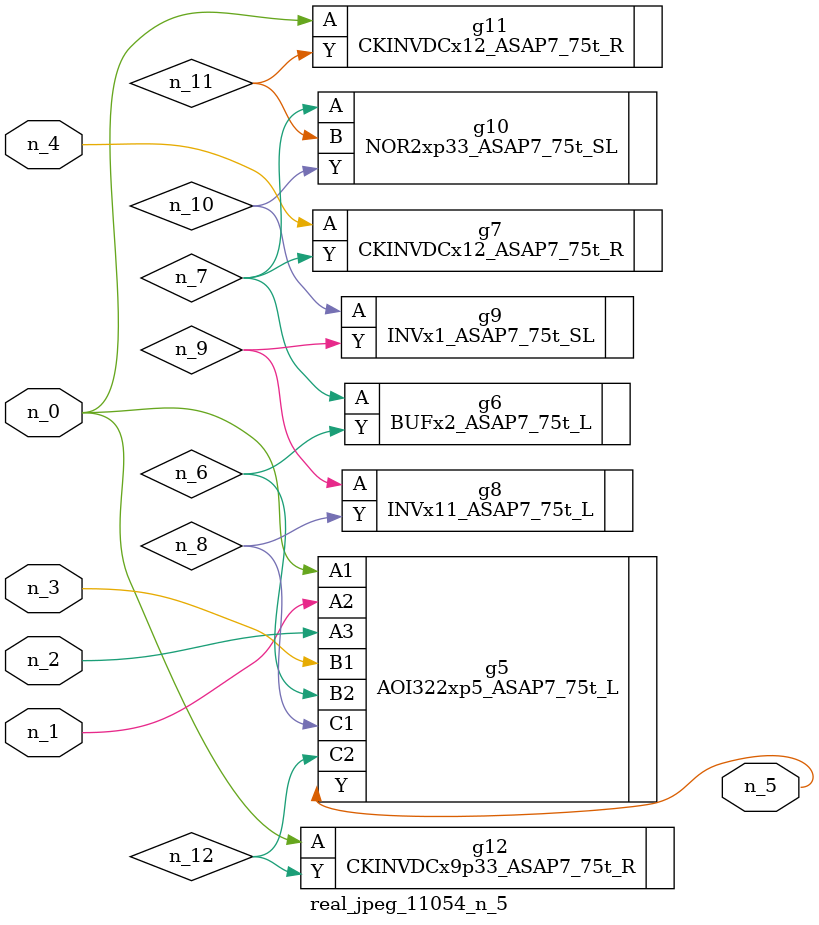
<source format=v>
module real_jpeg_11054_n_5 (n_4, n_0, n_1, n_2, n_3, n_5);

input n_4;
input n_0;
input n_1;
input n_2;
input n_3;

output n_5;

wire n_12;
wire n_8;
wire n_11;
wire n_6;
wire n_7;
wire n_10;
wire n_9;

AOI322xp5_ASAP7_75t_L g5 ( 
.A1(n_0),
.A2(n_1),
.A3(n_2),
.B1(n_3),
.B2(n_6),
.C1(n_8),
.C2(n_12),
.Y(n_5)
);

CKINVDCx12_ASAP7_75t_R g11 ( 
.A(n_0),
.Y(n_11)
);

CKINVDCx9p33_ASAP7_75t_R g12 ( 
.A(n_0),
.Y(n_12)
);

CKINVDCx12_ASAP7_75t_R g7 ( 
.A(n_4),
.Y(n_7)
);

BUFx2_ASAP7_75t_L g6 ( 
.A(n_7),
.Y(n_6)
);

NOR2xp33_ASAP7_75t_SL g10 ( 
.A(n_7),
.B(n_11),
.Y(n_10)
);

INVx11_ASAP7_75t_L g8 ( 
.A(n_9),
.Y(n_8)
);

INVx1_ASAP7_75t_SL g9 ( 
.A(n_10),
.Y(n_9)
);


endmodule
</source>
